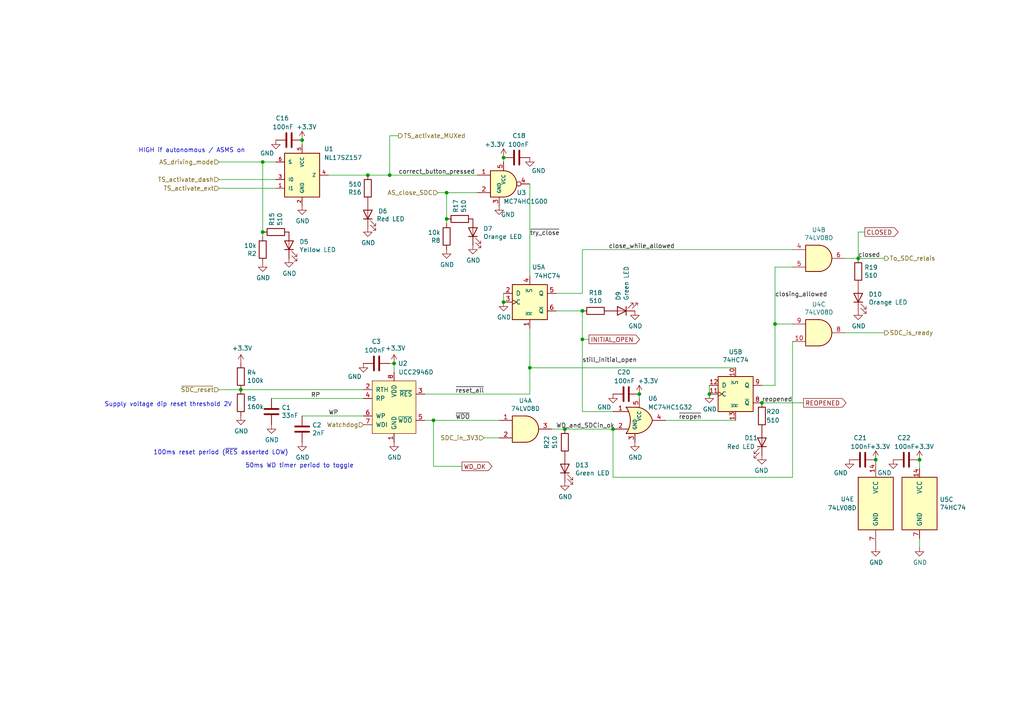
<source format=kicad_sch>
(kicad_sch (version 20211123) (generator eeschema)
  (paper "A4")
  (title_block (title "SDCL - Non-Programmable Logic") (date "2021-12-16") (rev "v1.0") (company "FaSTTUBe - Formula Student Team TU Berlin") (comment 1 "Car 113") (comment 2 "EBS Electronics") (comment 3 "Compliance for rule T 14.5.1 and T 14.5.2") (comment 4 "Hard-Wired logic for SDC relay latching and activation buttons"))
  (lib_symbols
    (symbol "74xx:74HC74" (pin_names (offset 1.016))
      (property "Reference" "U" (at -7.62 8.89 0))
      (property "Value" "74HC74" (at -7.62 -8.89 0))
      (symbol "74HC74_1_0"
        (pin input line (at 0 -7.62 90) (length 2.54) (name "~{R}") (number "1"))
        (pin input line (at -7.62 2.54 0) (length 2.54) (name "D") (number "2"))
        (pin input clock (at -7.62 0 0) (length 2.54) (name "C") (number "3"))
        (pin input line (at 0 7.62 270) (length 2.54) (name "~{S}") (number "4"))
        (pin output line (at 7.62 2.54 180) (length 2.54) (name "Q") (number "5"))
        (pin output line (at 7.62 -2.54 180) (length 2.54) (name "~{Q}") (number "6"))
      )
      (symbol "74HC74_1_1"
        (rectangle (start -5.08 5.08) (end 5.08 -5.08) (stroke (width 0.254)) (fill (type background)))
      )
      (symbol "74HC74_2_0"
        (pin input line (at 0 7.62 270) (length 2.54) (name "~{S}") (number "10"))
        (pin input clock (at -7.62 0 0) (length 2.54) (name "C") (number "11"))
        (pin input line (at -7.62 2.54 0) (length 2.54) (name "D") (number "12"))
        (pin input line (at 0 -7.62 90) (length 2.54) (name "~{R}") (number "13"))
        (pin output line (at 7.62 -2.54 180) (length 2.54) (name "~{Q}") (number "8"))
        (pin output line (at 7.62 2.54 180) (length 2.54) (name "Q") (number "9"))
      )
      (symbol "74HC74_2_1"
        (rectangle (start -5.08 5.08) (end 5.08 -5.08) (stroke (width 0.254)) (fill (type background)))
      )
      (symbol "74HC74_3_0"
        (pin power_in line (at 0 10.16 270) (length 2.54) (name "VCC") (number "14"))
        (pin power_in line (at 0 -10.16 90) (length 2.54) (name "GND") (number "7"))
      )
      (symbol "74HC74_3_1"
        (rectangle (start -5.08 7.62) (end 5.08 -7.62) (stroke (width 0.254)) (fill (type background)))
      )
    )
    (symbol "Custom:74LV08D" (pin_names (offset 1.016))
      (property "Reference" "U" (at 3.81 6.35 0))
      (property "Value" "74LV08D" (at 7.62 3.81 0))
      (symbol "74LV08D_1_1"
        (arc (start 0 -3.81) (mid 3.81 0) (end 0 3.81) (stroke (width 0.254)) (fill (type background)))
        (polyline (pts (xy 0 3.81) (xy -3.81 3.81) (xy -3.81 -3.81) (xy 0 -3.81)) (stroke (width 0.254)) (fill (type background)))
        (pin input line (at -7.62 2.54 0) (length 3.81) (name "~") (number "1"))
        (pin input line (at -7.62 -2.54 0) (length 3.81) (name "~") (number "2"))
        (pin output line (at 7.62 0 180) (length 3.81) (name "~") (number "3"))
      )
      (symbol "74LV08D_1_2"
        (arc (start -3.81 -3.81) (mid -2.589 0) (end -3.81 3.81) (stroke (width 0.254)))
        (arc (start -0.6096 -3.81) (mid 2.1842 -2.5851) (end 3.81 0) (stroke (width 0.254)) (fill (type background)))
        (polyline (pts (xy -3.81 -3.81) (xy -0.635 -3.81)) (stroke (width 0.254)) (fill (type background)))
        (polyline (pts (xy -3.81 3.81) (xy -0.635 3.81)) (stroke (width 0.254)) (fill (type background)))
        (polyline (pts (xy -0.635 3.81) (xy -3.81 3.81) (xy -3.81 3.81) (xy -3.556 3.4036) (xy -3.0226 2.2606) (xy -2.6924 1.0414) (xy -2.6162 -0.254) (xy -2.7686 -1.4986) (xy -3.175 -2.7178) (xy -3.81 -3.81) (xy -3.81 -3.81) (xy -0.635 -3.81)) (stroke (width -25.4)) (fill (type background)))
        (arc (start 3.81 0) (mid 2.1915 2.5936) (end -0.6096 3.81) (stroke (width 0.254)) (fill (type background)))
        (pin input inverted (at -7.62 2.54 0) (length 4.318) (name "~") (number "1"))
        (pin input inverted (at -7.62 -2.54 0) (length 4.318) (name "~") (number "2"))
        (pin output inverted (at 7.62 0 180) (length 3.81) (name "~") (number "3"))
      )
      (symbol "74LV08D_2_1"
        (arc (start 0 -3.81) (mid 3.81 0) (end 0 3.81) (stroke (width 0.254)) (fill (type background)))
        (polyline (pts (xy 0 3.81) (xy -3.81 3.81) (xy -3.81 -3.81) (xy 0 -3.81)) (stroke (width 0.254)) (fill (type background)))
        (pin input line (at -7.62 2.54 0) (length 3.81) (name "~") (number "4"))
        (pin input line (at -7.62 -2.54 0) (length 3.81) (name "~") (number "5"))
        (pin output line (at 7.62 0 180) (length 3.81) (name "~") (number "6"))
      )
      (symbol "74LV08D_2_2"
        (arc (start -3.81 -3.81) (mid -2.589 0) (end -3.81 3.81) (stroke (width 0.254)))
        (arc (start -0.6096 -3.81) (mid 2.1842 -2.5851) (end 3.81 0) (stroke (width 0.254)) (fill (type background)))
        (polyline (pts (xy -3.81 -3.81) (xy -0.635 -3.81)) (stroke (width 0.254)) (fill (type background)))
        (polyline (pts (xy -3.81 3.81) (xy -0.635 3.81)) (stroke (width 0.254)) (fill (type background)))
        (polyline (pts (xy -0.635 3.81) (xy -3.81 3.81) (xy -3.81 3.81) (xy -3.556 3.4036) (xy -3.0226 2.2606) (xy -2.6924 1.0414) (xy -2.6162 -0.254) (xy -2.7686 -1.4986) (xy -3.175 -2.7178) (xy -3.81 -3.81) (xy -3.81 -3.81) (xy -0.635 -3.81)) (stroke (width -25.4)) (fill (type background)))
        (arc (start 3.81 0) (mid 2.1915 2.5936) (end -0.6096 3.81) (stroke (width 0.254)) (fill (type background)))
        (pin input inverted (at -7.62 2.54 0) (length 4.318) (name "~") (number "4"))
        (pin input inverted (at -7.62 -2.54 0) (length 4.318) (name "~") (number "5"))
        (pin output inverted (at 7.62 0 180) (length 3.81) (name "~") (number "6"))
      )
      (symbol "74LV08D_3_1"
        (arc (start 0 -3.81) (mid 3.81 0) (end 0 3.81) (stroke (width 0.254)) (fill (type background)))
        (polyline (pts (xy 0 3.81) (xy -3.81 3.81) (xy -3.81 -3.81) (xy 0 -3.81)) (stroke (width 0.254)) (fill (type background)))
        (pin input line (at -7.62 -2.54 0) (length 3.81) (name "~") (number "10"))
        (pin output line (at 7.62 0 180) (length 3.81) (name "~") (number "8"))
        (pin input line (at -7.62 2.54 0) (length 3.81) (name "~") (number "9"))
      )
      (symbol "74LV08D_3_2"
        (arc (start -3.81 -3.81) (mid -2.589 0) (end -3.81 3.81) (stroke (width 0.254)))
        (arc (start -0.6096 -3.81) (mid 2.1842 -2.5851) (end 3.81 0) (stroke (width 0.254)) (fill (type background)))
        (polyline (pts (xy -3.81 -3.81) (xy -0.635 -3.81)) (stroke (width 0.254)) (fill (type background)))
        (polyline (pts (xy -3.81 3.81) (xy -0.635 3.81)) (stroke (width 0.254)) (fill (type background)))
        (polyline (pts (xy -0.635 3.81) (xy -3.81 3.81) (xy -3.81 3.81) (xy -3.556 3.4036) (xy -3.0226 2.2606) (xy -2.6924 1.0414) (xy -2.6162 -0.254) (xy -2.7686 -1.4986) (xy -3.175 -2.7178) (xy -3.81 -3.81) (xy -3.81 -3.81) (xy -0.635 -3.81)) (stroke (width -25.4)) (fill (type background)))
        (arc (start 3.81 0) (mid 2.1915 2.5936) (end -0.6096 3.81) (stroke (width 0.254)) (fill (type background)))
        (pin input inverted (at -7.62 -2.54 0) (length 4.318) (name "~") (number "10"))
        (pin output inverted (at 7.62 0 180) (length 3.81) (name "~") (number "8"))
        (pin input inverted (at -7.62 2.54 0) (length 4.318) (name "~") (number "9"))
      )
      (symbol "74LV08D_4_1"
        (arc (start 0 -3.81) (mid 3.81 0) (end 0 3.81) (stroke (width 0.254)) (fill (type background)))
        (polyline (pts (xy 0 3.81) (xy -3.81 3.81) (xy -3.81 -3.81) (xy 0 -3.81)) (stroke (width 0.254)) (fill (type background)))
        (pin output line (at 7.62 0 180) (length 3.81) (name "~") (number "11"))
        (pin input line (at -7.62 2.54 0) (length 3.81) (name "~") (number "12"))
        (pin input line (at -7.62 -2.54 0) (length 3.81) (name "~") (number "13"))
      )
      (symbol "74LV08D_4_2"
        (arc (start -3.81 -3.81) (mid -2.589 0) (end -3.81 3.81) (stroke (width 0.254)))
        (arc (start -0.6096 -3.81) (mid 2.1842 -2.5851) (end 3.81 0) (stroke (width 0.254)) (fill (type background)))
        (polyline (pts (xy -3.81 -3.81) (xy -0.635 -3.81)) (stroke (width 0.254)) (fill (type background)))
        (polyline (pts (xy -3.81 3.81) (xy -0.635 3.81)) (stroke (width 0.254)) (fill (type background)))
        (polyline (pts (xy -0.635 3.81) (xy -3.81 3.81) (xy -3.81 3.81) (xy -3.556 3.4036) (xy -3.0226 2.2606) (xy -2.6924 1.0414) (xy -2.6162 -0.254) (xy -2.7686 -1.4986) (xy -3.175 -2.7178) (xy -3.81 -3.81) (xy -3.81 -3.81) (xy -0.635 -3.81)) (stroke (width -25.4)) (fill (type background)))
        (arc (start 3.81 0) (mid 2.1915 2.5936) (end -0.6096 3.81) (stroke (width 0.254)) (fill (type background)))
        (pin output inverted (at 7.62 0 180) (length 3.81) (name "~") (number "11"))
        (pin input inverted (at -7.62 2.54 0) (length 4.318) (name "~") (number "12"))
        (pin input inverted (at -7.62 -2.54 0) (length 4.318) (name "~") (number "13"))
      )
      (symbol "74LV08D_5_0"
        (pin power_in line (at 0 12.7 270) (length 5.08) (name "VCC") (number "14"))
        (pin power_in line (at 0 -12.7 90) (length 5.08) (name "GND") (number "7"))
      )
      (symbol "74LV08D_5_1"
        (rectangle (start -5.08 7.62) (end 5.08 -7.62) (stroke (width 0.254)) (fill (type background)))
      )
    )
    (symbol "Custom:MC74HC1G00" (pin_names (offset 1.016))
      (property "Reference" "U" (at 1.27 7.62 0))
      (property "Value" "MC74HC1G00" (at 7.62 5.08 0))
      (symbol "MC74HC1G00_1_1"
        (arc (start 0 -3.81) (mid 3.81 0) (end 0 3.81) (stroke (width 0.254)) (fill (type background)))
        (polyline (pts (xy 0 3.81) (xy -3.81 3.81) (xy -3.81 -3.81) (xy 0 -3.81)) (stroke (width 0.254)) (fill (type background)))
        (pin input line (at -7.62 2.54 0) (length 3.81) (name "~") (number "1"))
        (pin input line (at -7.62 -2.54 0) (length 3.81) (name "~") (number "2"))
        (pin power_in line (at -1.27 -6.35 90) (length 2.54) (name "GND") (number "3"))
        (pin output inverted (at 7.62 0 180) (length 3.81) (name "~") (number "4"))
        (pin power_in line (at 0 6.35 270) (length 2.54) (name "VCC") (number "5"))
      )
      (symbol "MC74HC1G00_1_2"
        (arc (start -3.81 -3.81) (mid -2.589 0) (end -3.81 3.81) (stroke (width 0.254)))
        (arc (start -0.6096 -3.81) (mid 2.1842 -2.5851) (end 3.81 0) (stroke (width 0.254)) (fill (type background)))
        (polyline (pts (xy -3.81 -3.81) (xy -0.635 -3.81)) (stroke (width 0.254)) (fill (type background)))
        (polyline (pts (xy -3.81 3.81) (xy -0.635 3.81)) (stroke (width 0.254)) (fill (type background)))
        (polyline (pts (xy -0.635 3.81) (xy -3.81 3.81) (xy -3.81 3.81) (xy -3.556 3.4036) (xy -3.0226 2.2606) (xy -2.6924 1.0414) (xy -2.6162 -0.254) (xy -2.7686 -1.4986) (xy -3.175 -2.7178) (xy -3.81 -3.81) (xy -3.81 -3.81) (xy -0.635 -3.81)) (stroke (width -25.4)) (fill (type background)))
        (arc (start 3.81 0) (mid 2.1915 2.5936) (end -0.6096 3.81) (stroke (width 0.254)) (fill (type background)))
        (pin input inverted (at -7.62 2.54 0) (length 4.318) (name "~") (number "1"))
        (pin input inverted (at -7.62 -2.54 0) (length 4.318) (name "~") (number "2"))
        (pin output line (at 7.62 0 180) (length 3.81) (name "~") (number "3"))
      )
    )
    (symbol "Custom:MC74HC1G32" (pin_names (offset 1.016))
      (property "Reference" "U" (at 3.81 6.35 0))
      (property "Value" "MC74HC1G32" (at 8.89 3.81 0))
      (symbol "MC74HC1G32_1_1"
        (arc (start -3.81 -3.81) (mid -2.589 0) (end -3.81 3.81) (stroke (width 0.254)))
        (arc (start -0.6096 -3.81) (mid 2.1842 -2.5851) (end 3.81 0) (stroke (width 0.254)) (fill (type background)))
        (polyline (pts (xy -3.81 -3.81) (xy -0.635 -3.81)) (stroke (width 0.254)) (fill (type background)))
        (polyline (pts (xy -3.81 3.81) (xy -0.635 3.81)) (stroke (width 0.254)) (fill (type background)))
        (polyline (pts (xy -0.635 3.81) (xy -3.81 3.81) (xy -3.81 3.81) (xy -3.556 3.4036) (xy -3.0226 2.2606) (xy -2.6924 1.0414) (xy -2.6162 -0.254) (xy -2.7686 -1.4986) (xy -3.175 -2.7178) (xy -3.81 -3.81) (xy -3.81 -3.81) (xy -0.635 -3.81)) (stroke (width -25.4)) (fill (type background)))
        (arc (start 3.81 0) (mid 2.1915 2.5936) (end -0.6096 3.81) (stroke (width 0.254)) (fill (type background)))
        (pin input line (at -7.62 2.54 0) (length 4.318) (name "~") (number "1"))
        (pin input line (at -7.62 -2.54 0) (length 4.318) (name "~") (number "2"))
        (pin power_in line (at -1.27 -6.35 90) (length 2.54) (name "GND") (number "3"))
        (pin output line (at 7.62 0 180) (length 3.81) (name "~") (number "4"))
        (pin power_in line (at 0 6.35 270) (length 2.54) (name "VCC") (number "5"))
      )
      (symbol "MC74HC1G32_1_2"
        (arc (start 0 -3.81) (mid 3.81 0) (end 0 3.81) (stroke (width 0.254)) (fill (type background)))
        (polyline (pts (xy 0 3.81) (xy -3.81 3.81) (xy -3.81 -3.81) (xy 0 -3.81)) (stroke (width 0.254)) (fill (type background)))
        (pin input inverted (at -7.62 2.54 0) (length 3.81) (name "~") (number "1"))
        (pin input inverted (at -7.62 -2.54 0) (length 3.81) (name "~") (number "2"))
        (pin output inverted (at 7.62 0 180) (length 3.81) (name "~") (number "3"))
      )
    )
    (symbol "Custom:NL17SZ157" (pin_names (offset 1.016))
      (property "Reference" "U" (at 0 15.24 0))
      (property "Value" "NL17SZ157" (at 0 12.7 0))
      (symbol "NL17SZ157_1_1"
        (rectangle (start -5.08 6.35) (end 5.08 -6.35) (stroke (width 0.254)) (fill (type background)))
        (pin input line (at -7.62 -3.81 0) (length 2.54) (name "I1") (number "1"))
        (pin power_in line (at 0 -8.89 90) (length 2.54) (name "GND") (number "2"))
        (pin input line (at -7.62 -1.27 0) (length 2.54) (name "I0") (number "3"))
        (pin output line (at 7.62 0 180) (length 2.54) (name "Z") (number "4"))
        (pin power_in line (at 0 8.89 270) (length 2.54) (name "VCC") (number "5"))
        (pin input line (at -7.62 3.81 0) (length 2.54) (name "S") (number "6"))
      )
    )
    (symbol "Custom:UCC2946" (pin_names (offset 1.016))
      (property "Reference" "U" (at 0 15.24 0))
      (property "Value" "UCC2946" (at 0 12.7 0))
      (symbol "UCC2946_0_1"
        (rectangle (start -6.35 7.62) (end 6.35 -7.62) (fill (type background)))
      )
      (symbol "UCC2946_1_1"
        (pin power_in line (at 0 -10.16 90) (length 2.54) (name "GND") (number "1"))
        (pin input line (at -8.89 5.08 0) (length 2.54) (name "RTH") (number "2"))
        (pin input line (at 8.89 3.81 180) (length 2.54) (name "~{RES}") (number "3"))
        (pin input line (at -8.89 2.54 0) (length 2.54) (name "RP") (number "4"))
        (pin input line (at 8.89 -3.81 180) (length 2.54) (name "~{WDO}") (number "5"))
        (pin input line (at -8.89 -2.54 0) (length 2.54) (name "WP") (number "6"))
        (pin input line (at -8.89 -5.08 0) (length 2.54) (name "WDI") (number "7"))
        (pin power_in line (at 0 10.16 270) (length 2.54) (name "VDD") (number "8"))
      )
    )
    (symbol "Device:C" (pin_numbers hide) (pin_names (offset 0.254))
      (property "Reference" "C" (at 0.635 2.54 0))
      (property "Value" "C" (at 0.635 -2.54 0))
      (symbol "C_0_1"
        (polyline (pts (xy -2.032 -0.762) (xy 2.032 -0.762)) (stroke (width 0.508)))
        (polyline (pts (xy -2.032 0.762) (xy 2.032 0.762)) (stroke (width 0.508)))
      )
      (symbol "C_1_1"
        (pin passive line (at 0 3.81 270) (length 2.794) (name "~") (number "1"))
        (pin passive line (at 0 -3.81 90) (length 2.794) (name "~") (number "2"))
      )
    )
    (symbol "Device:LED" (pin_numbers hide) (pin_names (offset 1.016) hide)
      (property "Reference" "D" (at 0 2.54 0))
      (property "Value" "LED" (at 0 -2.54 0))
      (symbol "LED_0_1"
        (polyline (pts (xy -1.27 -1.27) (xy -1.27 1.27)) (stroke (width 0.254)))
        (polyline (pts (xy -1.27 0) (xy 1.27 0)))
        (polyline (pts (xy 1.27 -1.27) (xy 1.27 1.27) (xy -1.27 0) (xy 1.27 -1.27)) (stroke (width 0.254)))
        (polyline (pts (xy -3.048 -0.762) (xy -4.572 -2.286) (xy -3.81 -2.286) (xy -4.572 -2.286) (xy -4.572 -1.524)))
        (polyline (pts (xy -1.778 -0.762) (xy -3.302 -2.286) (xy -2.54 -2.286) (xy -3.302 -2.286) (xy -3.302 -1.524)))
      )
      (symbol "LED_1_1"
        (pin passive line (at -3.81 0 0) (length 2.54) (name "K") (number "1"))
        (pin passive line (at 3.81 0 180) (length 2.54) (name "A") (number "2"))
      )
    )
    (symbol "Device:R" (pin_numbers hide) (pin_names (offset 0))
      (property "Reference" "R" (at 2.032 0 90))
      (property "Value" "R" (at 0 0 90))
      (symbol "R_0_1"
        (rectangle (start -1.016 -2.54) (end 1.016 2.54) (stroke (width 0.254)))
      )
      (symbol "R_1_1"
        (pin passive line (at 0 3.81 270) (length 1.27) (name "~") (number "1"))
        (pin passive line (at 0 -3.81 90) (length 1.27) (name "~") (number "2"))
      )
    )
    (symbol "power:+3.3V" (power) (pin_names (offset 0))
      (property "Value" "+3.3V" (at 0 3.556 0))
      (symbol "+3.3V_0_1"
        (polyline (pts (xy -0.762 1.27) (xy 0 2.54)))
        (polyline (pts (xy 0 0) (xy 0 2.54)))
        (polyline (pts (xy 0 2.54) (xy 0.762 1.27)))
      )
      (symbol "+3.3V_1_1"
        (pin power_in line (at 0 0 90) (length 0) hide (name "+3.3V") (number "1"))
      )
    )
    (symbol "power:GND" (power) (pin_names (offset 0))
      (property "Value" "GND" (at 0 -3.81 0))
      (symbol "GND_0_1"
        (polyline (pts (xy 0 0) (xy 0 -1.27) (xy 1.27 -1.27) (xy 0 -2.54) (xy -1.27 -1.27) (xy 0 -1.27)))
      )
      (symbol "GND_1_1"
        (pin power_in line (at 0 0 270) (length 0) hide (name "GND") (number "1"))
      )
    )
  )
  (junction (at 163.83 124.46))
  (junction (at 114.3 105.41))
  (junction (at 125.73 121.92))
  (junction (at 224.79 93.98))
  (junction (at 113.03 50.8))
  (junction (at 129.54 63.5))
  (junction (at 220.98 116.84))
  (junction (at 168.91 90.17))
  (junction (at 248.92 74.93))
  (junction (at 266.7 133.35))
  (junction (at 153.67 106.68))
  (junction (at 146.05 87.63))
  (junction (at 76.2 67.31))
  (junction (at 146.05 45.72))
  (junction (at 106.68 50.8))
  (junction (at 254 133.35))
  (junction (at 129.54 55.88))
  (junction (at 69.85 113.03))
  (junction (at 177.8 124.46))
  (junction (at 76.2 46.99))
  (junction (at 168.91 98.425))
  (junction (at 87.63 40.64))
  (junction (at 185.42 114.3))
  (junction (at 205.74 114.3))
  (wire (pts (xy 63.5 54.61) (xy 80.01 54.61)))
  (wire (pts (xy 153.67 106.68) (xy 153.67 114.3)))
  (wire (pts (xy 168.91 98.425) (xy 168.91 119.38)))
  (wire (pts (xy 140.335 127) (xy 144.78 127)))
  (wire (pts (xy 245.11 96.52) (xy 256.54 96.52)))
  (wire (pts (xy 224.79 111.76) (xy 224.79 93.98)))
  (wire (pts (xy 161.29 85.09) (xy 168.91 85.09)))
  (wire (pts (xy 213.36 106.68) (xy 153.67 106.68)))
  (wire (pts (xy 133.985 135.255) (xy 125.73 135.255)))
  (wire (pts (xy 113.03 50.8) (xy 138.43 50.8)))
  (wire (pts (xy 127 55.88) (xy 129.54 55.88)))
  (wire (pts (xy 113.03 39.37) (xy 115.57 39.37)))
  (wire (pts (xy 153.67 53.34) (xy 153.67 80.01)))
  (wire (pts (xy 87.63 40.64) (xy 87.63 41.91)))
  (wire (pts (xy 69.85 113.03) (xy 105.41 113.03)))
  (wire (pts (xy 250.825 67.31) (xy 248.92 67.31)))
  (wire (pts (xy 224.79 93.98) (xy 224.79 77.47)))
  (wire (pts (xy 123.19 114.3) (xy 153.67 114.3)))
  (wire (pts (xy 106.68 50.8) (xy 113.03 50.8)))
  (wire (pts (xy 125.73 121.92) (xy 144.78 121.92)))
  (wire (pts (xy 63.5 46.99) (xy 76.2 46.99)))
  (wire (pts (xy 224.79 77.47) (xy 229.87 77.47)))
  (wire (pts (xy 129.54 55.88) (xy 138.43 55.88)))
  (wire (pts (xy 76.2 46.99) (xy 76.2 67.31)))
  (wire (pts (xy 168.91 90.17) (xy 161.29 90.17)))
  (wire (pts (xy 163.83 124.46) (xy 177.8 124.46)))
  (wire (pts (xy 95.25 50.8) (xy 106.68 50.8)))
  (wire (pts (xy 168.91 90.17) (xy 168.91 98.425)))
  (wire (pts (xy 63.5 113.03) (xy 69.85 113.03)))
  (wire (pts (xy 266.7 135.89) (xy 266.7 133.35)))
  (wire (pts (xy 78.74 115.57) (xy 105.41 115.57)))
  (wire (pts (xy 193.04 121.92) (xy 213.36 121.92)))
  (wire (pts (xy 113.03 105.41) (xy 114.3 105.41)))
  (wire (pts (xy 177.8 138.43) (xy 177.8 124.46)))
  (wire (pts (xy 114.3 105.41) (xy 114.3 107.95)))
  (wire (pts (xy 153.67 95.25) (xy 153.67 106.68)))
  (wire (pts (xy 168.91 72.39) (xy 168.91 85.09)))
  (wire (pts (xy 123.19 121.92) (xy 125.73 121.92)))
  (wire (pts (xy 220.98 116.84) (xy 233.045 116.84)))
  (wire (pts (xy 129.54 63.5) (xy 129.54 64.77)))
  (wire (pts (xy 125.73 135.255) (xy 125.73 121.92)))
  (wire (pts (xy 220.98 111.76) (xy 224.79 111.76)))
  (wire (pts (xy 266.7 158.75) (xy 266.7 156.21)))
  (wire (pts (xy 160.02 124.46) (xy 163.83 124.46)))
  (wire (pts (xy 248.92 74.93) (xy 256.54 74.93)))
  (wire (pts (xy 146.05 45.72) (xy 146.05 46.99)))
  (wire (pts (xy 76.2 67.31) (xy 76.2 68.58)))
  (wire (pts (xy 63.5 52.07) (xy 80.01 52.07)))
  (wire (pts (xy 168.91 119.38) (xy 177.8 119.38)))
  (wire (pts (xy 205.74 111.76) (xy 205.74 114.3)))
  (wire (pts (xy 248.92 67.31) (xy 248.92 74.93)))
  (wire (pts (xy 146.05 85.09) (xy 146.05 87.63)))
  (wire (pts (xy 129.54 55.88) (xy 129.54 63.5)))
  (wire (pts (xy 113.03 39.37) (xy 113.03 50.8)))
  (wire (pts (xy 229.87 93.98) (xy 224.79 93.98)))
  (wire (pts (xy 168.91 72.39) (xy 229.87 72.39)))
  (wire (pts (xy 185.42 114.3) (xy 185.42 115.57)))
  (wire (pts (xy 76.2 46.99) (xy 80.01 46.99)))
  (wire (pts (xy 168.91 98.425) (xy 170.815 98.425)))
  (wire (pts (xy 245.11 74.93) (xy 248.92 74.93)))
  (wire (pts (xy 229.87 99.06) (xy 229.87 138.43)))
  (wire (pts (xy 229.87 138.43) (xy 177.8 138.43)))
  (wire (pts (xy 87.63 120.65) (xy 105.41 120.65)))
  (text "Supply voltage dip reset threshold 2V" (at 67.31 118.11 180) (effects (font (size 1.27 1.27)) (justify right bottom)))
  (text "100ms reset period (~{RES} asserted LOW)" (at 44.45 132.08 0) (effects (font (size 1.27 1.27)) (justify left bottom)))
  (text "50ms WD timer period to toggle" (at 71.12 135.89 0) (effects (font (size 1.27 1.27)) (justify left bottom)))
  (text "HIGH if autonomous / ASMS on" (at 71.12 44.45 180) (effects (font (size 1.27 1.27)) (justify right bottom)))
  (label "~{reopen}" (at 196.85 121.92 0))
  (label "reopened" (at 220.98 116.84 0))
  (label "correct_button_pressed" (at 115.57 50.8 0))
  (label "WP" (at 95.25 120.65 0))
  (label "WD_and_SDCin_ok" (at 161.29 124.46 0))
  (label "close_while_allowed" (at 176.53 72.39 0))
  (label "~{reset_all}" (at 132.08 114.3 0))
  (label "closing_allowed" (at 224.79 86.36 0))
  (label "~{WDO}" (at 132.08 121.92 0))
  (label "still_initial_open" (at 168.91 105.41 0))
  (label "closed" (at 248.92 74.93 0))
  (label "RP" (at 90.17 115.57 0))
  (label "~{try_close}" (at 153.67 68.58 0))
  (global_label "WD_OK" (shape output) (at 133.985 135.255 0) (property "Intersheet References" "${INTERSHEET_REFS}" (effects hide)))
  (global_label "CLOSED" (shape output) (at 250.825 67.31 0) (property "Intersheet References" "${INTERSHEET_REFS}" (effects hide)))
  (global_label "INITIAL_OPEN" (shape output) (at 170.815 98.425 0) (property "Intersheet References" "${INTERSHEET_REFS}" (effects hide)))
  (global_label "REOPENED" (shape output) (at 233.045 116.84 0) (property "Intersheet References" "${INTERSHEET_REFS}" (effects hide)))
  (hierarchical_label "SDC_in_3V3" (shape input) (at 140.335 127 180))
  (hierarchical_label "TS_activate_dash" (shape input) (at 63.5 52.07 180))
  (hierarchical_label "~{SDC_reset}" (shape input) (at 63.5 113.03 180))
  (hierarchical_label "AS_close_SDC" (shape input) (at 127 55.88 180))
  (hierarchical_label "SDC_is_ready" (shape output) (at 256.54 96.52 0))
  (hierarchical_label "TS_activate_MUXed" (shape output) (at 115.57 39.37 0))
  (hierarchical_label "AS_driving_mode" (shape input) (at 63.5 46.99 180))
  (hierarchical_label "TS_activate_ext" (shape input) (at 63.5 54.61 180))
  (hierarchical_label "Watchdog" (shape input) (at 105.41 123.19 180))
  (hierarchical_label "To_SDC_relais" (shape output) (at 256.54 74.93 0))
  (symbol (lib_id "Device:C") (at 78.74 119.38 0) (unit 1)
    (property "Reference" "C1" (at 81.661 118.2116 0) (effects (justify left)))
    (property "Value" "33nF" (at 81.661 120.523 0) (effects (justify left)))
    (property "Footprint" "Capacitor_SMD:C_0603_1608Metric_Pad1.05x0.95mm_HandSolder" (effects hide))
  )
  (symbol (lib_id "Device:C") (at 87.63 124.46 0) (unit 1)
    (property "Reference" "C2" (at 90.551 123.2916 0) (effects (justify left)))
    (property "Value" "2nF" (at 90.551 125.603 0) (effects (justify left)))
    (property "Footprint" "Capacitor_SMD:C_0603_1608Metric_Pad1.05x0.95mm_HandSolder" (effects hide))
  )
  (symbol (lib_id "Custom:UCC2946") (at 114.3 118.11 0) (unit 1)
    (property "Reference" "U2" (at 116.84 105.41 0))
    (property "Value" "UCC2946D" (at 120.65 107.95 0))
    (property "Footprint" "Package_SO:SOIC-8_3.9x4.9mm_P1.27mm" (effects hide))
    (property "Datasheet" "https://www.ti.com/lit/ds/symlink/ucc2946.pdf" (effects hide))
  )
  (symbol (lib_id "Device:C") (at 109.22 105.41 90) (unit 1)
    (property "Reference" "C3" (at 110.49 99.06 90) (effects (justify left)))
    (property "Value" "100nF" (at 111.76 101.6 90) (effects (justify left)))
    (property "Footprint" "Capacitor_SMD:C_0603_1608Metric_Pad1.05x0.95mm_HandSolder" (effects hide))
  )
  (symbol (lib_id "Device:R") (at 69.85 116.84 0) (unit 1)
    (property "Reference" "R5" (at 71.628 115.6716 0) (effects (justify left)))
    (property "Value" "160k" (at 71.628 117.983 0) (effects (justify left)))
    (property "Footprint" "Resistor_SMD:R_0603_1608Metric_Pad1.05x0.95mm_HandSolder" (effects hide))
  )
  (symbol (lib_id "Device:R") (at 69.85 109.22 0) (unit 1)
    (property "Reference" "R4" (at 71.628 108.0516 0) (effects (justify left)))
    (property "Value" "100k" (at 71.628 110.363 0) (effects (justify left)))
    (property "Footprint" "Resistor_SMD:R_0603_1608Metric_Pad1.05x0.95mm_HandSolder" (effects hide))
  )
  (symbol (lib_id "Device:R") (at 76.2 72.39 180) (unit 1)
    (property "Reference" "R2" (at 74.422 73.5584 0) (effects (justify left)))
    (property "Value" "10k" (at 74.422 71.247 0) (effects (justify left)))
    (property "Footprint" "Resistor_SMD:R_0603_1608Metric_Pad1.05x0.95mm_HandSolder" (effects hide))
  )
  (symbol (lib_id "power:GND") (at 76.2 76.2 0) (unit 1)
    (property "Reference" "#PWR0109" (effects hide))
    (property "Value" "GND" (at 76.327 80.5942 0))
  )
  (symbol (lib_id "Device:R") (at 129.54 68.58 180) (unit 1)
    (property "Reference" "R8" (at 127.762 69.7484 0) (effects (justify left)))
    (property "Value" "10k" (at 127.762 67.437 0) (effects (justify left)))
    (property "Footprint" "Resistor_SMD:R_0603_1608Metric_Pad1.05x0.95mm_HandSolder" (effects hide))
  )
  (symbol (lib_id "Custom:MC74HC1G00") (at 146.05 53.34 0) (unit 1)
    (property "Reference" "U3" (at 149.86 55.88 0) (effects (justify left)))
    (property "Value" "MC74HC1G00" (at 146.05 58.42 0) (effects (justify left)))
    (property "Footprint" "Custom:SC-74A-5_1.5x2.9mm_P0.95mm" (effects hide))
    (property "Datasheet" "http://www.ti.com/lit/gpn/sn74ls00" (effects hide))
  )
  (symbol (lib_id "power:GND") (at 144.78 59.69 0) (unit 1)
    (property "Reference" "#PWR0122" (effects hide))
    (property "Value" "GND" (at 147.32 62.23 0))
  )
  (symbol (lib_id "power:GND") (at 129.54 72.39 0) (unit 1)
    (property "Reference" "#PWR0111" (effects hide))
    (property "Value" "GND" (at 129.667 76.7842 0))
  )
  (symbol (lib_id "Custom:MC74HC1G32") (at 185.42 121.92 0) (unit 1)
    (property "Reference" "U6" (at 187.96 115.57 0) (effects (justify left)))
    (property "Value" "MC74HC1G32" (at 187.96 118.11 0) (effects (justify left)))
    (property "Footprint" "Custom:SC-74A-5_1.5x2.9mm_P0.95mm" (effects hide))
    (property "Datasheet" "https://www.mouser.de/datasheet/2/308/1/MC74HC1G32_D-2315545.pdf" (effects hide))
  )
  (symbol (lib_id "power:GND") (at 184.15 128.27 0) (unit 1)
    (property "Reference" "#PWR0124" (effects hide))
    (property "Value" "GND" (at 184.277 132.6642 0))
  )
  (symbol (lib_id "power:+3.3V") (at 185.42 114.3 0) (unit 1)
    (property "Reference" "#PWR0125" (effects hide))
    (property "Value" "+3.3V" (at 187.96 110.49 0))
  )
  (symbol (lib_id "power:GND") (at 105.41 105.41 0) (unit 1)
    (property "Reference" "#PWR0112" (effects hide))
    (property "Value" "GND" (at 102.87 109.22 0))
  )
  (symbol (lib_id "Custom:74LV08D") (at 152.4 124.46 0) (unit 1)
    (property "Reference" "U4" (at 152.4 116.205 0))
    (property "Value" "74LV08D" (at 152.4 118.5164 0))
    (property "Footprint" "Package_SO:SOIC-14_3.9x8.7mm_P1.27mm" (effects hide))
    (property "Datasheet" "https://www.mouser.de/datasheet/2/916/74LV08-1388983.pdf" (effects hide))
  )
  (symbol (lib_id "power:GND") (at 87.63 128.27 0) (unit 1)
    (property "Reference" "#PWR0113" (effects hide))
    (property "Value" "GND" (at 87.757 132.6642 0))
  )
  (symbol (lib_id "Custom:74LV08D") (at 237.49 74.93 0) (unit 2)
    (property "Reference" "U4" (at 237.49 66.675 0))
    (property "Value" "74LV08D" (at 237.49 68.9864 0))
    (property "Footprint" "Package_SO:SOIC-14_3.9x8.7mm_P1.27mm" (effects hide))
    (property "Datasheet" "https://www.mouser.de/datasheet/2/916/74LV08-1388983.pdf" (effects hide))
  )
  (symbol (lib_id "Custom:74LV08D") (at 237.49 96.52 0) (unit 3)
    (property "Reference" "U4" (at 237.49 88.265 0))
    (property "Value" "74LV08D" (at 237.49 90.5764 0))
    (property "Footprint" "Package_SO:SOIC-14_3.9x8.7mm_P1.27mm" (effects hide))
    (property "Datasheet" "https://www.mouser.de/datasheet/2/916/74LV08-1388983.pdf" (effects hide))
  )
  (symbol (lib_id "power:GND") (at 146.05 87.63 0) (unit 1)
    (property "Reference" "#PWR0115" (effects hide))
    (property "Value" "GND" (at 146.177 92.0242 0))
  )
  (symbol (lib_id "Custom:74LV08D") (at 254 146.05 0) (unit 5)
    (property "Reference" "U4" (at 243.84 144.78 0) (effects (justify left)))
    (property "Value" "74LV08D" (at 240.03 147.32 0) (effects (justify left)))
    (property "Footprint" "Package_SO:SOIC-14_3.9x8.7mm_P1.27mm" (effects hide))
    (property "Datasheet" "https://www.mouser.de/datasheet/2/916/74LV08-1388983.pdf" (effects hide))
  )
  (symbol (lib_id "power:GND") (at 205.74 114.3 0) (unit 1)
    (property "Reference" "#PWR0118" (effects hide))
    (property "Value" "GND" (at 205.867 118.6942 0))
  )
  (symbol (lib_id "power:+3.3V") (at 254 133.35 0) (unit 1)
    (property "Reference" "#PWR0126" (effects hide))
    (property "Value" "+3.3V" (at 255.27 129.54 0))
  )
  (symbol (lib_id "power:GND") (at 254 158.75 0) (unit 1)
    (property "Reference" "#PWR0127" (effects hide))
    (property "Value" "GND" (at 254.127 163.1442 0))
  )
  (symbol (lib_id "power:+3.3V") (at 114.3 105.41 0) (unit 1)
    (property "Reference" "#PWR0128" (effects hide))
    (property "Value" "+3.3V" (at 114.681 101.0158 0))
  )
  (symbol (lib_id "power:+3.3V") (at 69.85 105.41 0) (unit 1)
    (property "Reference" "#PWR0129" (effects hide))
    (property "Value" "+3.3V" (at 70.231 101.0158 0))
  )
  (symbol (lib_id "power:GND") (at 69.85 120.65 0) (unit 1)
    (property "Reference" "#PWR0130" (effects hide))
    (property "Value" "GND" (at 69.977 125.0442 0))
  )
  (symbol (lib_id "power:GND") (at 78.74 123.19 0) (unit 1)
    (property "Reference" "#PWR0131" (effects hide))
    (property "Value" "GND" (at 78.867 127.5842 0))
  )
  (symbol (lib_id "Custom:NL17SZ157") (at 87.63 50.8 0) (unit 1)
    (property "Reference" "U1" (at 93.98 43.18 0) (effects (justify left)))
    (property "Value" "NL17SZ157" (at 93.98 45.72 0) (effects (justify left)))
    (property "Footprint" "Custom:SC-74-6_1.5x2.9mm_P0.95mm" (effects hide))
    (property "Datasheet" "https://www.mouser.de/datasheet/2/308/1/NL17SZ157_D-2318109.pdf" (effects hide))
  )
  (symbol (lib_id "power:GND") (at 114.3 128.27 0) (unit 1)
    (property "Reference" "#PWR0132" (effects hide))
    (property "Value" "GND" (at 114.427 132.6642 0))
  )
  (symbol (lib_id "power:GND") (at 87.63 59.69 0) (unit 1)
    (property "Reference" "#PWR0116" (effects hide))
    (property "Value" "GND" (at 87.757 64.0842 0))
  )
  (symbol (lib_id "Device:LED") (at 248.92 86.36 90) (unit 1)
    (property "Reference" "D10" (at 251.9172 85.3694 90) (effects (justify right)))
    (property "Value" "Orange LED" (at 251.9172 87.6808 90) (effects (justify right)))
    (property "Footprint" "Diode_SMD:D_0603_1608Metric_Pad1.05x0.95mm_HandSolder" (effects hide))
  )
  (symbol (lib_id "Device:R") (at 248.92 78.74 0) (unit 1)
    (property "Reference" "R19" (at 250.698 77.5716 0) (effects (justify left)))
    (property "Value" "510" (at 250.698 79.883 0) (effects (justify left)))
    (property "Footprint" "Resistor_SMD:R_0603_1608Metric_Pad1.05x0.95mm_HandSolder" (effects hide))
  )
  (symbol (lib_id "power:GND") (at 248.92 90.17 0) (unit 1)
    (property "Reference" "#PWR0155" (effects hide))
    (property "Value" "GND" (at 249.047 94.5642 0))
  )
  (symbol (lib_id "Device:LED") (at 163.83 135.89 90) (unit 1)
    (property "Reference" "D13" (at 166.8272 134.8994 90) (effects (justify right)))
    (property "Value" "Green LED" (at 166.8272 137.2108 90) (effects (justify right)))
    (property "Footprint" "Diode_SMD:D_0603_1608Metric_Pad1.05x0.95mm_HandSolder" (effects hide))
  )
  (symbol (lib_id "Device:R") (at 163.83 128.27 180) (unit 1)
    (property "Reference" "R22" (at 158.5722 128.27 90))
    (property "Value" "510" (at 160.8836 128.27 90))
    (property "Footprint" "Resistor_SMD:R_0603_1608Metric_Pad1.05x0.95mm_HandSolder" (effects hide))
  )
  (symbol (lib_id "power:GND") (at 163.83 139.7 0) (unit 1)
    (property "Reference" "#PWR0163" (effects hide))
    (property "Value" "GND" (at 163.957 144.0942 0))
  )
  (symbol (lib_id "74xx:74HC74") (at 153.67 87.63 0) (unit 1)
    (property "Reference" "U5" (at 156.21 77.47 0))
    (property "Value" "74HC74" (at 158.75 80.01 0))
    (property "Footprint" "Package_SO:SOIC-14_3.9x8.7mm_P1.27mm" (effects hide))
    (property "Datasheet" "https://www.mouser.de/datasheet/2/916/74HC_HCT74-1319854.pdf" (effects hide))
  )
  (symbol (lib_id "Device:LED") (at 220.98 128.27 270) (mirror x) (unit 1)
    (property "Reference" "D11" (at 215.9 127 90) (effects (justify left)))
    (property "Value" "Red LED" (at 210.82 129.54 90) (effects (justify left)))
    (property "Footprint" "Diode_SMD:D_0603_1608Metric_Pad1.05x0.95mm_HandSolder" (effects hide))
  )
  (symbol (lib_id "Device:R") (at 220.98 120.65 0) (mirror y) (unit 1)
    (property "Reference" "R20" (at 222.25 119.38 0) (effects (justify right)))
    (property "Value" "510" (at 222.25 121.92 0) (effects (justify right)))
    (property "Footprint" "Resistor_SMD:R_0603_1608Metric_Pad1.05x0.95mm_HandSolder" (effects hide))
  )
  (symbol (lib_id "power:GND") (at 220.98 132.08 0) (mirror y) (unit 1)
    (property "Reference" "#PWR0157" (effects hide))
    (property "Value" "GND" (at 220.853 136.4742 0))
  )
  (symbol (lib_id "74xx:74HC74") (at 213.36 114.3 0) (unit 2)
    (property "Reference" "U5" (at 213.36 102.0826 0))
    (property "Value" "74HC74" (at 213.36 104.394 0))
    (property "Footprint" "Package_SO:SOIC-14_3.9x8.7mm_P1.27mm" (effects hide))
    (property "Datasheet" "https://www.mouser.de/datasheet/2/916/74HC_HCT74-1319854.pdf" (effects hide))
  )
  (symbol (lib_id "74xx:74HC74") (at 266.7 146.05 0) (unit 3)
    (property "Reference" "U5" (at 272.542 144.8816 0) (effects (justify left)))
    (property "Value" "74HC74" (at 272.542 147.193 0) (effects (justify left)))
    (property "Footprint" "Package_SO:SOIC-14_3.9x8.7mm_P1.27mm" (effects hide))
    (property "Datasheet" "https://www.mouser.de/datasheet/2/916/74HC_HCT74-1319854.pdf" (effects hide))
  )
  (symbol (lib_id "Device:C") (at 250.19 133.35 90) (unit 1)
    (property "Reference" "C21" (at 251.46 127 90) (effects (justify left)))
    (property "Value" "100nF" (at 252.73 129.54 90) (effects (justify left)))
    (property "Footprint" "Capacitor_SMD:C_0603_1608Metric_Pad1.05x0.95mm_HandSolder" (effects hide))
  )
  (symbol (lib_id "power:GND") (at 246.38 133.35 0) (unit 1)
    (property "Reference" "#PWR0117" (effects hide))
    (property "Value" "GND" (at 243.84 137.16 0))
  )
  (symbol (lib_id "Device:LED") (at 180.34 90.17 180) (unit 1)
    (property "Reference" "D9" (at 179.3494 87.1728 90) (effects (justify right)))
    (property "Value" "Green LED" (at 181.6608 87.1728 90) (effects (justify right)))
    (property "Footprint" "Diode_SMD:D_0603_1608Metric_Pad1.05x0.95mm_HandSolder" (effects hide))
  )
  (symbol (lib_id "Device:R") (at 172.72 90.17 90) (unit 1)
    (property "Reference" "R18" (at 172.72 84.9122 90))
    (property "Value" "510" (at 172.72 87.2236 90))
    (property "Footprint" "Resistor_SMD:R_0603_1608Metric_Pad1.05x0.95mm_HandSolder" (effects hide))
  )
  (symbol (lib_id "power:GND") (at 184.15 90.17 0) (unit 1)
    (property "Reference" "#PWR0158" (effects hide))
    (property "Value" "GND" (at 184.277 94.5642 0))
  )
  (symbol (lib_id "Device:C") (at 262.89 133.35 90) (unit 1)
    (property "Reference" "C22" (at 264.16 127 90) (effects (justify left)))
    (property "Value" "100nF" (at 265.43 129.54 90) (effects (justify left)))
    (property "Footprint" "Capacitor_SMD:C_0603_1608Metric_Pad1.05x0.95mm_HandSolder" (effects hide))
  )
  (symbol (lib_id "power:GND") (at 259.08 133.35 0) (unit 1)
    (property "Reference" "#PWR0123" (effects hide))
    (property "Value" "GND" (at 256.54 137.16 0))
  )
  (symbol (lib_id "power:GND") (at 266.7 158.75 0) (unit 1)
    (property "Reference" "#PWR0119" (effects hide))
    (property "Value" "GND" (at 266.827 163.1442 0))
  )
  (symbol (lib_id "power:+3.3V") (at 266.7 133.35 0) (unit 1)
    (property "Reference" "#PWR0120" (effects hide))
    (property "Value" "+3.3V" (at 267.97 129.54 0))
  )
  (symbol (lib_id "Device:C") (at 181.61 114.3 90) (unit 1)
    (property "Reference" "C20" (at 182.88 107.95 90) (effects (justify left)))
    (property "Value" "100nF" (at 184.15 110.49 90) (effects (justify left)))
    (property "Footprint" "Capacitor_SMD:C_0603_1608Metric_Pad1.05x0.95mm_HandSolder" (effects hide))
  )
  (symbol (lib_id "power:GND") (at 177.8 114.3 0) (unit 1)
    (property "Reference" "#PWR0150" (effects hide))
    (property "Value" "GND" (at 175.26 118.11 0))
  )
  (symbol (lib_id "power:+3.3V") (at 146.05 45.72 0) (mirror y) (unit 1)
    (property "Reference" "#PWR0151" (effects hide))
    (property "Value" "+3.3V" (at 143.51 41.91 0))
  )
  (symbol (lib_id "Device:C") (at 149.86 45.72 270) (mirror x) (unit 1)
    (property "Reference" "C18" (at 148.59 39.37 90) (effects (justify left)))
    (property "Value" "100nF" (at 147.32 41.91 90) (effects (justify left)))
    (property "Footprint" "Capacitor_SMD:C_0603_1608Metric_Pad1.05x0.95mm_HandSolder" (effects hide))
  )
  (symbol (lib_id "power:GND") (at 153.67 45.72 0) (mirror y) (unit 1)
    (property "Reference" "#PWR0152" (effects hide))
    (property "Value" "GND" (at 156.21 49.53 0))
  )
  (symbol (lib_id "power:+3.3V") (at 87.63 40.64 0) (unit 1)
    (property "Reference" "#PWR0153" (effects hide))
    (property "Value" "+3.3V" (at 88.9 36.83 0))
  )
  (symbol (lib_id "Device:C") (at 83.82 40.64 90) (unit 1)
    (property "Reference" "C16" (at 83.82 34.29 90) (effects (justify left)))
    (property "Value" "100nF" (at 85.09 36.83 90) (effects (justify left)))
    (property "Footprint" "Capacitor_SMD:C_0603_1608Metric_Pad1.05x0.95mm_HandSolder" (effects hide))
  )
  (symbol (lib_id "power:GND") (at 80.01 40.64 0) (unit 1)
    (property "Reference" "#PWR0154" (effects hide))
    (property "Value" "GND" (at 77.47 44.45 0))
  )
  (symbol (lib_id "Device:LED") (at 83.82 71.12 90) (unit 1)
    (property "Reference" "D5" (at 86.8172 70.1294 90) (effects (justify right)))
    (property "Value" "Yellow LED" (at 86.8172 72.4408 90) (effects (justify right)))
    (property "Footprint" "Diode_SMD:D_0603_1608Metric_Pad1.05x0.95mm_HandSolder" (effects hide))
  )
  (symbol (lib_id "Device:R") (at 80.01 67.31 90) (unit 1)
    (property "Reference" "R15" (at 78.8416 65.532 0) (effects (justify left)))
    (property "Value" "510" (at 81.153 65.532 0) (effects (justify left)))
    (property "Footprint" "Resistor_SMD:R_0603_1608Metric_Pad1.05x0.95mm_HandSolder" (effects hide))
  )
  (symbol (lib_id "power:GND") (at 83.82 74.93 0) (unit 1)
    (property "Reference" "#PWR0159" (effects hide))
    (property "Value" "GND" (at 83.947 79.3242 0))
  )
  (symbol (lib_id "Device:LED") (at 137.16 67.31 90) (unit 1)
    (property "Reference" "D7" (at 140.1572 66.3194 90) (effects (justify right)))
    (property "Value" "Orange LED" (at 140.1572 68.6308 90) (effects (justify right)))
    (property "Footprint" "Diode_SMD:D_0603_1608Metric_Pad1.05x0.95mm_HandSolder" (effects hide))
  )
  (symbol (lib_id "Device:R") (at 133.35 63.5 90) (unit 1)
    (property "Reference" "R17" (at 132.1816 61.722 0) (effects (justify left)))
    (property "Value" "510" (at 134.493 61.722 0) (effects (justify left)))
    (property "Footprint" "Resistor_SMD:R_0603_1608Metric_Pad1.05x0.95mm_HandSolder" (effects hide))
  )
  (symbol (lib_id "power:GND") (at 137.16 71.12 0) (unit 1)
    (property "Reference" "#PWR0160" (effects hide))
    (property "Value" "GND" (at 137.287 75.5142 0))
  )
  (symbol (lib_id "Device:LED") (at 106.68 62.23 90) (unit 1)
    (property "Reference" "D6" (at 109.6772 61.2394 90) (effects (justify right)))
    (property "Value" "Red LED" (at 109.22 63.5 90) (effects (justify right)))
    (property "Footprint" "Diode_SMD:D_0603_1608Metric_Pad1.05x0.95mm_HandSolder" (effects hide))
  )
  (symbol (lib_id "Device:R") (at 106.68 54.61 180) (unit 1)
    (property "Reference" "R16" (at 104.902 55.7784 0) (effects (justify left)))
    (property "Value" "510" (at 104.902 53.467 0) (effects (justify left)))
    (property "Footprint" "Resistor_SMD:R_0603_1608Metric_Pad1.05x0.95mm_HandSolder" (effects hide))
  )
  (symbol (lib_id "power:GND") (at 106.68 66.04 0) (unit 1)
    (property "Reference" "#PWR0161" (effects hide))
    (property "Value" "GND" (at 106.807 70.4342 0))
  )
)
</source>
